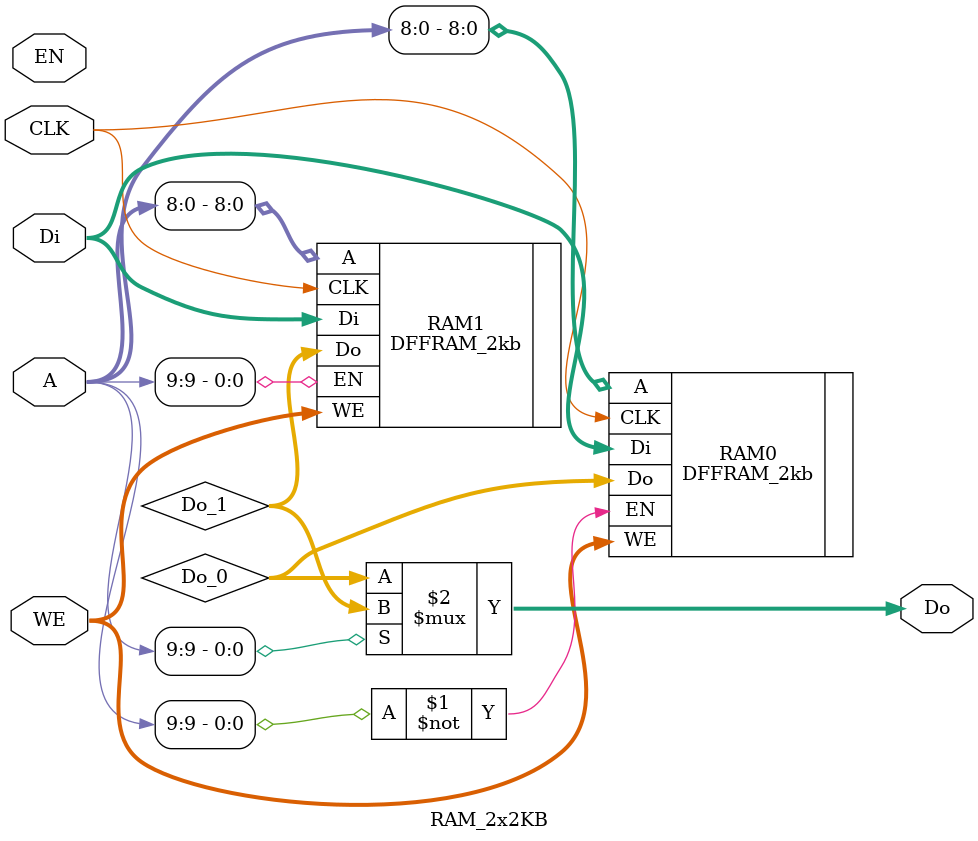
<source format=v>
module RAM_2x2KB (
    CLK,
    WE,
    EN,
    Di,
    Do,
    A
);
    input           CLK;
    input   [3:0]   WE;
    input           EN;
    input   [31:0]  Di;
    output  [31:0]  Do;
    input   [9:0]   A;

    wire    [31:0]  Do_0, Do_1;

    DFFRAM_2kb #(.COLS(2)) RAM0 (
                .CLK(CLK),
                .WE(WE),
                .EN(~A[9]),
                .Di(Di),
                .Do(Do_0),
                .A(A[8:0])
            );
    
    DFFRAM_2kb #(.COLS(2)) RAM1 (
                .CLK(CLK),
                .WE(WE),
                .EN(A[9]),
                .Di(Di),
                .Do(Do_1),
                .A(A[8:0])
            );

    assign Do = A[9] ? Do_1 : Do_0;

endmodule
</source>
